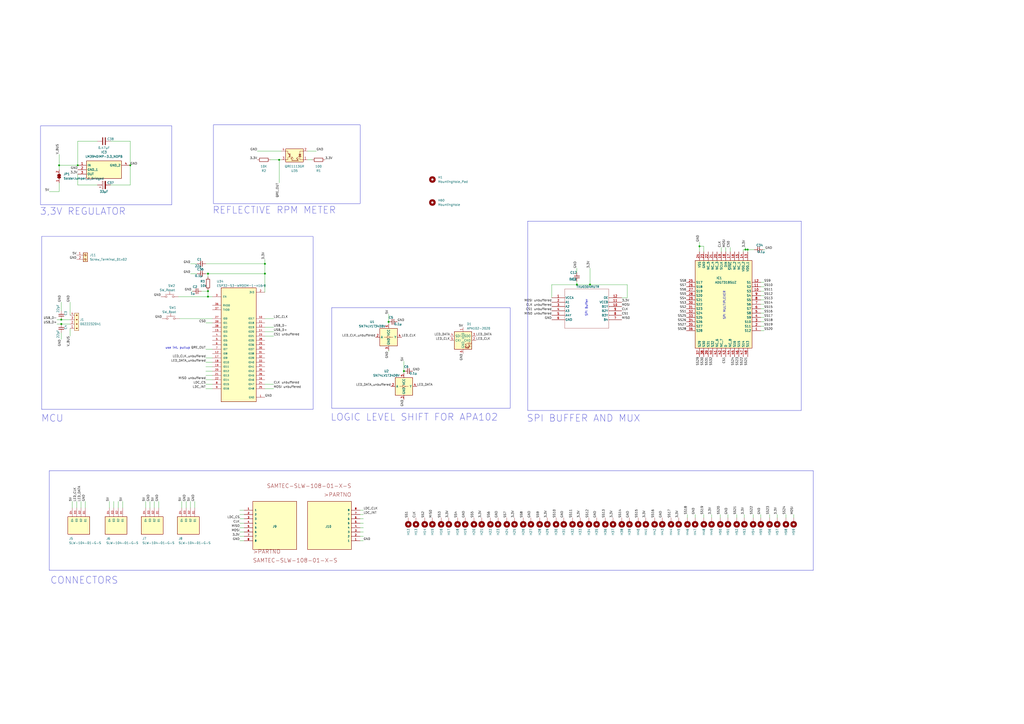
<source format=kicad_sch>
(kicad_sch (version 20230121) (generator eeschema)
  (paper "A2")
  (title_block (title "Rotor Platine") (date "2023-07-15"))
  (junction (at 35.56 185.42))
  (junction (at 161.925 92.71))
  (junction (at 334.645 165.1))
  (junction (at 34.29 95.885))
  (junction (at 45.085 95.885))
  (junction (at 120.65 168.91))
  (junction (at 153.67 158.75))
  (junction (at 35.56 187.96))
  (junction (at 120.65 172.085))
  (junction (at 225.425 186.69))
  (junction (at 234.315 215.265))
  (junction (at 342.265 165.1))
  (junction (at 153.67 153.035))
  (junction (at 432.435 144.78))
  (junction (at 433.705 144.78))
  (junction (at 405.765 142.875))
  (junction (at 75.565 95.885))
  (junction (at 120.65 158.75))
  (wire (pts (xy 139.065 313.69) (xy 141.605 313.69)))
  (wire (pts (xy 34.29 95.885) (xy 34.29 98.425)))
  (wire (pts (xy 116.84 168.91) (xy 120.65 168.91)))
  (wire (pts (xy 35.56 187.96) (xy 40.64 187.96)))
  (wire (pts (xy 139.065 311.15) (xy 141.605 311.15)))
  (wire (pts (xy 234.315 215.265) (xy 234.315 216.535)))
  (wire (pts (xy 320.04 165.1) (xy 320.04 172.72)))
  (wire (pts (xy 210.82 295.91) (xy 208.915 295.91)))
  (wire (pts (xy 89.535 290.83) (xy 89.535 294.64)))
  (wire (pts (xy 84.455 290.83) (xy 84.455 294.64)))
  (wire (pts (xy 443.865 144.78) (xy 442.595 144.78)))
  (wire (pts (xy 443.23 191.77) (xy 441.325 191.77)))
  (wire (pts (xy 105.41 290.83) (xy 105.41 294.64)))
  (wire (pts (xy 210.82 303.53) (xy 208.915 303.53)))
  (wire (pts (xy 417.83 298.45) (xy 417.83 300.355)))
  (wire (pts (xy 153.67 158.75) (xy 153.67 169.545)))
  (wire (pts (xy 119.38 187.325) (xy 123.19 187.325)))
  (wire (pts (xy 443.23 166.37) (xy 441.325 166.37)))
  (wire (pts (xy 66.04 290.83) (xy 66.04 294.64)))
  (wire (pts (xy 28.575 111.125) (xy 34.29 111.125)))
  (wire (pts (xy 110.49 153.035) (xy 114.3 153.035)))
  (wire (pts (xy 433.705 144.78) (xy 433.705 146.05)))
  (wire (pts (xy 210.82 300.99) (xy 208.915 300.99)))
  (wire (pts (xy 119.38 225.425) (xy 123.19 225.425)))
  (wire (pts (xy 68.58 290.83) (xy 68.58 294.64)))
  (wire (pts (xy 398.78 298.45) (xy 398.78 300.355)))
  (wire (pts (xy 75.565 81.915) (xy 75.565 95.885)))
  (wire (pts (xy 436.88 298.45) (xy 436.88 300.355)))
  (wire (pts (xy 139.065 298.45) (xy 141.605 298.45)))
  (wire (pts (xy 44.45 290.83) (xy 44.45 294.64)))
  (wire (pts (xy 45.085 107.315) (xy 56.515 107.315)))
  (wire (pts (xy 422.275 298.45) (xy 422.275 300.355)))
  (wire (pts (xy 443.23 184.15) (xy 441.325 184.15)))
  (wire (pts (xy 64.135 107.315) (xy 75.565 107.315)))
  (wire (pts (xy 431.165 144.78) (xy 431.165 146.05)))
  (wire (pts (xy 120.65 168.91) (xy 120.65 172.085)))
  (wire (pts (xy 120.65 158.75) (xy 120.65 160.655)))
  (wire (pts (xy 210.82 298.45) (xy 208.915 298.45)))
  (wire (pts (xy 139.065 306.07) (xy 141.605 306.07)))
  (wire (pts (xy 431.8 298.45) (xy 431.8 300.355)))
  (wire (pts (xy 63.5 290.83) (xy 63.5 294.64)))
  (wire (pts (xy 119.38 212.725) (xy 123.19 212.725)))
  (wire (pts (xy 103.505 172.085) (xy 120.65 172.085)))
  (wire (pts (xy 158.75 194.945) (xy 153.67 194.945)))
  (wire (pts (xy 139.065 303.53) (xy 141.605 303.53)))
  (wire (pts (xy 45.085 95.885) (xy 45.085 81.915)))
  (wire (pts (xy 40.64 190.5) (xy 40.64 194.945)))
  (wire (pts (xy 119.38 207.645) (xy 123.19 207.645)))
  (wire (pts (xy 334.645 165.1) (xy 342.265 165.1)))
  (wire (pts (xy 180.975 92.71) (xy 178.435 92.71)))
  (wire (pts (xy 431.165 144.78) (xy 432.435 144.78)))
  (wire (pts (xy 225.425 203.2) (xy 225.425 203.835)))
  (wire (pts (xy 225.425 186.69) (xy 225.425 187.96)))
  (wire (pts (xy 360.68 172.72) (xy 363.855 172.72)))
  (wire (pts (xy 443.23 189.23) (xy 441.325 189.23)))
  (wire (pts (xy 119.38 210.185) (xy 123.19 210.185)))
  (wire (pts (xy 443.23 179.07) (xy 441.325 179.07)))
  (wire (pts (xy 119.38 153.035) (xy 153.67 153.035)))
  (wire (pts (xy 158.75 192.405) (xy 153.67 192.405)))
  (wire (pts (xy 423.545 143.51) (xy 423.545 146.05)))
  (wire (pts (xy 104.14 184.785) (xy 123.19 184.785)))
  (wire (pts (xy 156.845 92.71) (xy 161.925 92.71)))
  (wire (pts (xy 34.29 106.045) (xy 34.29 111.125)))
  (wire (pts (xy 153.67 153.035) (xy 153.67 158.75)))
  (wire (pts (xy 443.23 171.45) (xy 441.325 171.45)))
  (wire (pts (xy 45.085 81.915) (xy 56.515 81.915)))
  (wire (pts (xy 183.515 87.63) (xy 178.435 87.63)))
  (wire (pts (xy 334.645 155.575) (xy 334.645 158.115)))
  (wire (pts (xy 120.65 158.75) (xy 153.67 158.75)))
  (wire (pts (xy 408.305 142.875) (xy 408.305 146.05)))
  (wire (pts (xy 443.23 186.69) (xy 441.325 186.69)))
  (wire (pts (xy 427.355 298.45) (xy 427.355 300.355)))
  (wire (pts (xy 119.38 217.805) (xy 123.19 217.805)))
  (wire (pts (xy 342.265 165.1) (xy 363.855 165.1)))
  (wire (pts (xy 33.02 185.42) (xy 35.56 185.42)))
  (wire (pts (xy 119.38 222.885) (xy 123.19 222.885)))
  (wire (pts (xy 210.82 306.07) (xy 208.915 306.07)))
  (wire (pts (xy 443.23 163.83) (xy 441.325 163.83)))
  (wire (pts (xy 412.75 298.45) (xy 412.75 300.355)))
  (wire (pts (xy 421.005 143.51) (xy 421.005 146.05)))
  (wire (pts (xy 433.705 144.78) (xy 437.515 144.78)))
  (wire (pts (xy 75.565 107.315) (xy 75.565 95.885)))
  (wire (pts (xy 158.75 225.425) (xy 153.67 225.425)))
  (wire (pts (xy 455.93 298.45) (xy 455.93 300.355)))
  (wire (pts (xy 92.075 290.83) (xy 92.075 294.64)))
  (wire (pts (xy 432.435 143.51) (xy 432.435 144.78)))
  (wire (pts (xy 49.53 290.83) (xy 49.53 294.64)))
  (wire (pts (xy 64.135 81.915) (xy 75.565 81.915)))
  (wire (pts (xy 139.065 308.61) (xy 141.605 308.61)))
  (wire (pts (xy 443.23 168.91) (xy 441.325 168.91)))
  (wire (pts (xy 71.12 290.83) (xy 71.12 294.64)))
  (wire (pts (xy 149.225 87.63) (xy 163.195 87.63)))
  (wire (pts (xy 34.29 89.535) (xy 34.29 95.885)))
  (wire (pts (xy 210.82 311.15) (xy 208.915 311.15)))
  (wire (pts (xy 363.855 172.72) (xy 363.855 165.1)))
  (wire (pts (xy 46.99 290.83) (xy 46.99 294.64)))
  (wire (pts (xy 443.23 176.53) (xy 441.325 176.53)))
  (wire (pts (xy 119.38 202.565) (xy 123.19 202.565)))
  (wire (pts (xy 110.49 290.83) (xy 110.49 294.64)))
  (wire (pts (xy 86.995 290.83) (xy 86.995 294.64)))
  (wire (pts (xy 110.49 158.75) (xy 114.3 158.75)))
  (wire (pts (xy 161.925 92.71) (xy 161.925 106.045)))
  (wire (pts (xy 123.19 172.085) (xy 120.65 172.085)))
  (wire (pts (xy 35.56 185.42) (xy 40.64 185.42)))
  (wire (pts (xy 139.065 300.99) (xy 141.605 300.99)))
  (wire (pts (xy 441.325 298.45) (xy 441.325 300.355)))
  (wire (pts (xy 432.435 144.78) (xy 433.705 144.78)))
  (wire (pts (xy 158.75 222.885) (xy 153.67 222.885)))
  (wire (pts (xy 120.65 168.275) (xy 120.65 168.91)))
  (wire (pts (xy 225.425 182.245) (xy 225.425 186.69)))
  (wire (pts (xy 342.265 155.575) (xy 342.265 165.1)))
  (wire (pts (xy 210.82 313.69) (xy 208.915 313.69)))
  (wire (pts (xy 405.765 142.875) (xy 408.305 142.875)))
  (wire (pts (xy 405.765 140.335) (xy 405.765 142.875)))
  (wire (pts (xy 119.38 220.345) (xy 123.19 220.345)))
  (wire (pts (xy 40.64 175.26) (xy 40.64 182.88)))
  (wire (pts (xy 443.23 181.61) (xy 441.325 181.61)))
  (wire (pts (xy 408.305 298.45) (xy 408.305 300.355)))
  (wire (pts (xy 35.56 175.26) (xy 35.56 180.34)))
  (wire (pts (xy 460.375 298.45) (xy 460.375 300.355)))
  (wire (pts (xy 113.03 290.83) (xy 113.03 294.64)))
  (wire (pts (xy 320.04 165.1) (xy 334.645 165.1)))
  (wire (pts (xy 403.225 298.45) (xy 403.225 300.355)))
  (wire (pts (xy 153.67 150.495) (xy 153.67 153.035)))
  (wire (pts (xy 111.125 168.91) (xy 111.76 168.91)))
  (wire (pts (xy 161.925 92.71) (xy 163.195 92.71)))
  (wire (pts (xy 443.23 173.99) (xy 441.325 173.99)))
  (wire (pts (xy 418.465 143.51) (xy 418.465 146.05)))
  (wire (pts (xy 41.91 290.83) (xy 41.91 294.64)))
  (wire (pts (xy 107.95 290.83) (xy 107.95 294.64)))
  (wire (pts (xy 139.065 295.91) (xy 141.605 295.91)))
  (wire (pts (xy 405.765 142.875) (xy 405.765 146.05)))
  (wire (pts (xy 34.29 95.885) (xy 45.085 95.885)))
  (wire (pts (xy 119.38 215.265) (xy 123.19 215.265)))
  (wire (pts (xy 158.75 189.865) (xy 153.67 189.865)))
  (wire (pts (xy 446.405 298.45) (xy 446.405 300.355)))
  (wire (pts (xy 35.56 193.04) (xy 35.56 196.85)))
  (wire (pts (xy 158.75 184.785) (xy 153.67 184.785)))
  (wire (pts (xy 45.085 100.965) (xy 45.085 107.315)))
  (wire (pts (xy 210.82 308.61) (xy 208.915 308.61)))
  (wire (pts (xy 450.85 298.45) (xy 450.85 300.355)))
  (wire (pts (xy 33.02 187.96) (xy 35.56 187.96)))
  (wire (pts (xy 234.315 209.55) (xy 234.315 215.265)))
  (wire (pts (xy 119.38 158.75) (xy 120.65 158.75)))
  (wire (pts (xy 334.645 163.195) (xy 334.645 165.1)))
  (rectangle (start 306.07 128.27) (end 464.82 238.125))
  (rectangle (start 123.825 72.39) (end 208.915 118.11))
  (rectangle (start 23.495 73.025) (end 99.695 118.745))
  (rectangle (start 24.13 137.16) (end 181.61 237.49))
  (rectangle (start 192.405 178.435) (end 295.91 236.855))
  (rectangle (start 28.575 273.05) (end 471.805 330.835))
  (text "SPI MULTIPLEXER\n" (at 421.005 185.42 90) (effects (font (size 1.27 1.27)) (justify left bottom)))
  (text "MCU" (at 36.83 245.11 0) (effects (font (size 4 4)) (justify right bottom)))
  (text "REFLECTIVE RPM METER\n\n" (at 194.945 130.81 0) (effects (font (size 4 4)) (justify right bottom)))
  (text "use int. pullup" (at 95.885 202.565 0) (effects (font (size 1.27 1.27)) (justify left bottom)))
  (text "SPI BUFFER AND MUX\n" (at 371.475 245.11 0) (effects (font (size 4 4)) (justify right bottom)))
  (text "LOGIC LEVEL SHIFT FOR APA102\n" (at 288.925 244.475 0) (effects (font (size 4 4)) (justify right bottom)))
  (text "CONNECTORS" (at 68.58 339.09 0) (effects (font (size 4 4)) (justify right bottom)))
  (text "3,3V REGULATOR\n" (at 73.025 125.095 0) (effects (font (size 4 4)) (justify right bottom)))
  (text "SPI Buffer" (at 340.995 183.515 90) (effects (font (size 1.27 1.27)) (justify left bottom)))
  (label "SS10" (at 443.23 166.37 0))
  (label "SS4" (at 398.145 173.99 180))
  (label "GND" (at 35.56 196.85 270))
  (label "SS22" (at 436.88 298.45 90))
  (label "USB_D-" (at 158.75 189.865 0))
  (label "CS1" (at 421.005 207.01 270))
  (label "GND" (at 268.605 205.105 270))
  (label "SS9" (at 443.23 163.83 0))
  (label "CLK" (at 360.68 180.34 0))
  (label "SS20" (at 443.23 191.77 0))
  (label "SS9" (at 313.055 300.355 90))
  (label "GND" (at 40.64 175.26 90))
  (label "LED_DATA_unbuffered" (at 119.38 210.185 180))
  (label "5V" (at 225.425 182.245 90))
  (label "CLK unbuffered" (at 158.75 222.885 0))
  (label "SS24" (at 455.93 298.45 90))
  (label "GND" (at 210.82 313.69 0))
  (label "MOSI" (at 460.375 298.45 90))
  (label "3.3V" (at 139.065 311.15 180))
  (label "3.3V" (at 450.85 298.45 90))
  (label "GND" (at 93.345 172.085 180))
  (label "GND" (at 149.225 87.63 180))
  (label "GND" (at 75.565 95.885 0))
  (label "GND" (at 443.865 144.78 0))
  (label "MISO unbuffered" (at 119.38 220.345 180))
  (label "3.3V" (at 412.75 298.45 90))
  (label "LED_DATA" (at 46.99 290.83 90))
  (label "3.3V" (at 431.8 298.45 90))
  (label "SS1" (at 398.145 181.61 180))
  (label "3.3V" (at 188.595 92.71 0))
  (label "GND" (at 320.04 185.42 180))
  (label "SS31" (at 410.845 207.01 270))
  (label "GND" (at 139.065 313.69 180))
  (label "3.3V" (at 279.4 300.355 90))
  (label "3.3V" (at 45.085 100.965 180))
  (label "SS32" (at 413.385 207.01 270))
  (label "SS27" (at 398.145 189.23 180))
  (label "SS12" (at 443.23 171.45 0))
  (label "USB_D-" (at 33.02 185.42 180))
  (label "SS18" (at 398.78 298.45 90))
  (label "3.3V" (at 374.65 300.355 90))
  (label "MOSI unbuffered" (at 320.04 175.26 180))
  (label "LED_CLK_unbuffered" (at 119.38 207.645 180))
  (label "MOSI unbuffered" (at 158.75 225.425 0))
  (label "CS1" (at 360.68 182.88 0))
  (label "CS0" (at 423.545 143.51 90))
  (label "3.3V" (at 355.6 300.355 90))
  (label "GND" (at 113.03 290.83 90))
  (label "SS3" (at 255.905 300.355 90))
  (label "SS21" (at 433.705 207.01 270))
  (label "GND" (at 35.56 175.26 90))
  (label "GND" (at 288.925 300.355 90))
  (label "MISO" (at 360.68 185.42 0))
  (label "SS13" (at 351.155 300.355 90))
  (label "SS1" (at 236.855 300.355 90))
  (label "SS15" (at 443.23 179.07 0))
  (label "GND" (at 110.49 158.75 180))
  (label "GND" (at 441.325 298.45 90))
  (label "CLK" (at 418.465 143.51 90))
  (label "CS1 unbuffered" (at 158.75 194.945 0))
  (label "LED_CLK" (at 233.045 195.58 0))
  (label "SS16" (at 443.23 181.61 0))
  (label "MISO unbuffered" (at 320.04 182.88 180))
  (label "5V" (at 41.91 290.83 90))
  (label "GND" (at 405.765 140.335 90))
  (label "MISO" (at 250.825 300.355 90))
  (label "GND" (at 45.085 98.425 180))
  (label "SS5" (at 398.145 171.45 180))
  (label "SS19" (at 408.305 298.45 90))
  (label "SS5" (at 274.955 300.355 90))
  (label "LED_DATA" (at 276.225 194.945 0))
  (label "SS14" (at 360.68 300.355 90))
  (label "CLK unbuffered" (at 320.04 177.8 180))
  (label "SS24" (at 426.085 207.01 270))
  (label "3.3V" (at 342.265 155.575 90))
  (label "QRE_OUT" (at 119.38 202.565 180))
  (label "LED_CLK_unbuffered" (at 217.805 195.58 180))
  (label "SS22" (at 431.165 207.01 270))
  (label "LED_CLK" (at 276.225 197.485 0))
  (label "SS10" (at 322.58 300.355 90))
  (label "LED_CLK" (at 260.985 197.485 180))
  (label "5V" (at 105.41 290.83 90))
  (label "5V" (at 234.315 209.55 90))
  (label "SS14" (at 443.23 176.53 0))
  (label "GND" (at 239.395 215.265 0))
  (label "MISO" (at 139.065 306.07 180))
  (label "SS17" (at 443.23 184.15 0))
  (label "SS23" (at 428.625 207.01 270))
  (label "SS19" (at 443.23 189.23 0))
  (label "3.3V" (at 393.7 300.355 90))
  (label "3.3V" (at 260.35 300.355 90))
  (label "GND" (at 422.275 298.45 90))
  (label "GND" (at 346.075 300.355 90))
  (label "SS12" (at 341.63 300.355 90))
  (label "MOSI" (at 139.065 308.61 180))
  (label "LED_DATA" (at 241.935 224.155 0))
  (label "5V" (at 89.535 290.83 90))
  (label "LDC_INT" (at 119.38 225.425 180))
  (label "SS11" (at 443.23 168.91 0))
  (label "SS8" (at 303.53 300.355 90))
  (label "SS2" (at 398.145 179.07 180))
  (label "SS23" (at 446.405 298.45 90))
  (label "3.3V" (at 153.67 150.495 90))
  (label "SS15" (at 370.205 300.355 90))
  (label "V_BUS" (at 34.29 89.535 90))
  (label "SS17" (at 389.255 300.355 90))
  (label "SS26" (at 398.145 186.69 180))
  (label "LDC_CS" (at 119.38 222.885 180))
  (label "CS0" (at 119.38 187.325 180))
  (label "GND" (at 269.875 300.355 90))
  (label "GND" (at 110.49 153.035 180))
  (label "GND" (at 403.225 298.45 90))
  (label "SS7" (at 294.005 300.355 90))
  (label "SS4" (at 265.43 300.355 90))
  (label "SS28" (at 398.145 191.77 180))
  (label "3.3V" (at 149.225 92.71 180))
  (label "GND" (at 153.67 230.505 0))
  (label "GND" (at 92.075 290.83 90))
  (label "5V" (at 63.5 290.83 90))
  (label "GND" (at 93.98 184.785 180))
  (label "SS30" (at 408.305 207.01 270))
  (label "GND" (at 44.45 150.495 180))
  (label "LED_DATA_unbuffered" (at 226.695 224.155 180))
  (label "MOSI" (at 421.005 143.51 90))
  (label "SS18" (at 443.23 186.69 0))
  (label "5V" (at 28.575 111.125 180))
  (label "SS16" (at 379.73 300.355 90))
  (label "3.3V" (at 317.5 300.355 90))
  (label "5V" (at 268.605 189.865 180))
  (label "SS25" (at 398.145 184.15 180))
  (label "GND" (at 225.425 203.835 270))
  (label "SS6" (at 398.145 168.91 180))
  (label "5V" (at 44.45 147.955 180))
  (label "V_BUS" (at 40.64 194.945 270))
  (label "SS6" (at 284.48 300.355 90))
  (label "MOSI" (at 360.68 177.8 0))
  (label "SS11" (at 332.105 300.355 90))
  (label "GND" (at 307.975 300.355 90))
  (label "LDC_CLK" (at 210.82 295.91 0))
  (label "GND" (at 107.95 290.83 90))
  (label "LED_CLK" (at 44.45 290.83 90))
  (label "GND" (at 384.175 300.355 90))
  (label "SS13" (at 443.23 173.99 0))
  (label "QRE_OUT" (at 161.925 106.045 270))
  (label "3.3V" (at 432.435 143.51 90))
  (label "3.3V" (at 360.68 175.26 0))
  (label "SS8" (at 398.145 163.83 180))
  (label "3.3V" (at 298.45 300.355 90))
  (label "LED_DATA" (at 260.985 194.945 180))
  (label "GND" (at 334.645 155.575 90))
  (label "5V" (at 84.455 290.83 90))
  (label "5V" (at 71.12 290.83 90))
  (label "3.3V" (at 336.55 300.355 90))
  (label "LDC_CLK" (at 158.75 184.785 0))
  (label "GND" (at 49.53 290.83 90))
  (label "LDC_INT" (at 210.82 298.45 0))
  (label "CS1 unbuffered" (at 320.04 180.34 180))
  (label "SS7" (at 398.145 166.37 180))
  (label "SS21" (at 427.355 298.45 90))
  (label "GND" (at 111.125 168.91 180))
  (label "CLK" (at 139.065 303.53 180))
  (label "GND" (at 86.995 290.83 90))
  (label "GND" (at 327.025 300.355 90))
  (label "GND" (at 234.315 231.775 270))
  (label "5V" (at 110.49 290.83 90))
  (label "SS2" (at 246.38 300.355 90))
  (label "GND" (at 365.125 300.355 90))
  (label "CLK" (at 241.3 300.355 90))
  (label "USB_D+" (at 158.75 192.405 0))
  (label "SS3" (at 398.145 176.53 180))
  (label "GND" (at 183.515 87.63 0))
  (label "SS20" (at 417.83 298.45 90))
  (label "LDC_CS" (at 139.065 300.99 180))
  (label "SS29" (at 405.765 207.01 270))
  (label "GND" (at 230.505 186.69 0))
  (label "USB_D+" (at 33.02 187.96 180))
  (symbol (lib_id "Mechanical:MountingHole_Pad") (at 355.6 302.895 180) (unit 1)
    (property "Reference" "H37" (at 355.6 310.515 90) (effects (justify right)))
    (property "Value" "MountingHole_Pad" (effects hide))
    (property "Footprint" "Own_Library:mill_max - 0670 RECEPTACLE WITH NO TAIL" (effects hide))
  )
  (symbol (lib_id "TXU0304RUTR:TXU0304RUTR") (at 320.04 172.72 0) (unit 1)
    (property "Reference" "IC2" (at 332.74 161.925 0))
    (property "Value" "TXU0304RUTR" (at 340.995 166.37 0))
    (property "Footprint" "QFN_04RUTR_TEX" (effects hide))
    (property "Datasheet" "TXU0304RUTR" (effects hide))
    (property "Height" "1.2" (effects hide))
    (property "Manufacturer_Name" "Texas Instruments" (effects hide))
    (property "Manufacturer_Part_Number" "TXU0304PWR" (effects hide))
    (property "Mouser Part Number" "595-TXU0304PWR" (effects hide))
    (property "Mouser Price/Stock" "https://www.mouser.co.uk/ProductDetail/Texas-Instruments/TXU0304PWR?qs=QNEnbhJQKvZVYXIKZoXs0A%3D%3D" (effects hide))
    (property "Arrow Part Number" "TXU0304PWR" (effects hide))
    (property "Arrow Price/Stock" "https://www.arrow.com/en/products/txu0304pwr/texas-instruments?region=nac" (effects hide))
  )
  (symbol (lib_id "Mechanical:MountingHole_Pad") (at 431.8 302.895 180) (unit 1)
    (property "Reference" "H53" (at 431.8 310.515 90) (effects (justify right)))
    (property "Value" "MountingHole_Pad" (effects hide))
    (property "Footprint" "Own_Library:mill_max - 0670 RECEPTACLE WITH NO TAIL" (effects hide))
  )
  (symbol (lib_id "Device:C_Small") (at 236.855 215.265 270) (mirror x) (unit 1)
    (property "Reference" "C6" (at 234.315 212.725 90) (effects (justify left)))
    (property "Value" "0.1µ" (at 237.49 216.535 90) (effects (justify left)))
    (property "Footprint" "Capacitor_SMD:C_0402_1005Metric" (effects hide))
  )
  (symbol (lib_id "Mechanical:MountingHole_Pad") (at 279.4 302.895 180) (unit 1)
    (property "Reference" "H21" (at 279.4 310.515 90) (effects (justify right)))
    (property "Value" "MountingHole_Pad" (effects hide))
    (property "Footprint" "Own_Library:mill_max - 0670 RECEPTACLE WITH NO TAIL" (effects hide))
  )
  (symbol (lib_id "Mechanical:MountingHole_Pad") (at 322.58 302.895 180) (unit 1)
    (property "Reference" "H30" (at 322.58 310.515 90) (effects (justify right)))
    (property "Value" "MountingHole_Pad" (effects hide))
    (property "Footprint" "Own_Library:mill_max - 0670 RECEPTACLE WITH NO TAIL" (effects hide))
  )
  (symbol (lib_id "SAMTEC-SLW-108-01-X-S:SAMTEC-SLW-108-01-X-S") (at 146.685 295.91 0) (unit 1)
    (property "Reference" "J9" (at 158.115 305.435 0) (effects (justify left)))
    (property "Value" "SAMTEC-SLW-108-01-X-S" (effects hide))
    (property "Footprint" "Own_Library:SAMTEC-SLW-108-01-X-S" (effects hide))
  )
  (symbol (lib_id "Mechanical:MountingHole_Pad") (at 327.025 302.895 180) (unit 1)
    (property "Reference" "H31" (at 327.025 310.515 90) (effects (justify right)))
    (property "Value" "MountingHole_Pad" (effects hide))
    (property "Footprint" "Own_Library:mill_max - 0670 RECEPTACLE WITH NO TAIL" (effects hide))
  )
  (symbol (lib_id "Mechanical:MountingHole") (at 250.825 104.14 0) (unit 1)
    (property "Reference" "H1" (at 254 102.87 0) (effects (justify left)))
    (property "Value" "MountingHole_Pad" (at 254 105.41 0) (effects (justify left)))
    (property "Footprint" "Own_Library:MountingHole_M2_own" (effects hide))
  )
  (symbol (lib_id "Device:R") (at 153.035 92.71 270) (unit 1)
    (property "Reference" "R2" (at 153.035 99.06 90))
    (property "Value" "10K" (at 153.035 96.52 90))
    (property "Footprint" "Resistor_SMD:R_0402_1005Metric" (effects hide))
  )
  (symbol (lib_id "LM3940IMP-3_3_NOPB:LM3940IMP-3.3_NOPB") (at 45.085 95.885 0) (unit 1)
    (property "Reference" "IC3" (at 60.325 88.265 0))
    (property "Value" "LM3940IMP-3.3_NOPB" (at 60.325 90.805 0))
    (property "Footprint" "Package_TO_SOT_SMD:SOT-223" (effects hide))
    (property "Datasheet" "http://www.ti.com/lit/ds/symlink/lm3940.pdf" (effects hide))
    (property "Height" "1.8" (effects hide))
    (property "Manufacturer_Name" "Texas Instruments" (effects hide))
    (property "Manufacturer_Part_Number" "LM3940IMP-3.3/NOPB" (effects hide))
    (property "Mouser Part Number" "926-LM3940IMP3.3NOPB" (effects hide))
    (property "Mouser Price/Stock" "https://www.mouser.co.uk/ProductDetail/Texas-Instruments/LM3940IMP-3.3-NOPB?qs=QbsRYf82W3EIVCEt3IRFTQ%3D%3D" (effects hide))
    (property "Arrow Part Number" "LM3940IMP-3.3/NOPB" (effects hide))
    (property "Arrow Price/Stock" "https://www.arrow.com/en/products/lm3940imp-3.3nopb/texas-instruments?region=nac" (effects hide))
  )
  (symbol (lib_id "Mechanical:MountingHole_Pad") (at 436.88 302.895 180) (unit 1)
    (property "Reference" "H54" (at 436.88 310.515 90) (effects (justify right)))
    (property "Value" "MountingHole_Pad" (effects hide))
    (property "Footprint" "Own_Library:mill_max - 0670 RECEPTACLE WITH NO TAIL" (effects hide))
  )
  (symbol (lib_id "SLW-104-01-G-S:SLW-104-01-G-S") (at 110.49 304.8 270) (unit 1)
    (property "Reference" "J8" (at 103.505 312.42 90) (effects (justify left)))
    (property "Value" "SLW-104-01-G-S" (at 103.505 314.96 90) (effects (justify left)))
    (property "Footprint" "Own_Library:SAMTEC_SLW-104-01-G-S" (effects hide))
    (property "PARTREV" "B" (effects hide))
    (property "SNAPEDA_PN" "SLW-104-01-T-S" (effects hide))
    (property "STANDARD" "Manufactuer Recommendations" (effects hide))
    (property "MAXIMUM_PACKAGE_HEIGHT" "4.57mm" (effects hide))
    (property "MANUFACTURER" "Samtec" (effects hide))
  )
  (symbol (lib_id "Mechanical:MountingHole_Pad") (at 360.68 302.895 180) (unit 1)
    (property "Reference" "H38" (at 360.68 310.515 90) (effects (justify right)))
    (property "Value" "MountingHole_Pad" (effects hide))
    (property "Footprint" "Own_Library:mill_max - 0670 RECEPTACLE WITH NO TAIL" (effects hide))
  )
  (symbol (lib_id "Mechanical:MountingHole_Pad") (at 336.55 302.895 180) (unit 1)
    (property "Reference" "H33" (at 336.55 310.515 90) (effects (justify right)))
    (property "Value" "MountingHole_Pad" (effects hide))
    (property "Footprint" "Own_Library:mill_max - 0670 RECEPTACLE WITH NO TAIL" (effects hide))
  )
  (symbol (lib_id "Mechanical:MountingHole_Pad") (at 450.85 302.895 180) (unit 1)
    (property "Reference" "H57" (at 450.85 310.515 90) (effects (justify right)))
    (property "Value" "MountingHole_Pad" (effects hide))
    (property "Footprint" "Own_Library:mill_max - 0670 RECEPTACLE WITH NO TAIL" (effects hide))
  )
  (symbol (lib_id "Mechanical:MountingHole_Pad") (at 346.075 302.895 180) (unit 1)
    (property "Reference" "H35" (at 346.075 310.515 90) (effects (justify right)))
    (property "Value" "MountingHole_Pad" (effects hide))
    (property "Footprint" "Own_Library:mill_max - 0670 RECEPTACLE WITH NO TAIL" (effects hide))
  )
  (symbol (lib_id "Mechanical:MountingHole_Pad") (at 303.53 302.895 180) (unit 1)
    (property "Reference" "H26" (at 303.53 310.515 90) (effects (justify right)))
    (property "Value" "MountingHole_Pad" (effects hide))
    (property "Footprint" "Own_Library:mill_max - 0670 RECEPTACLE WITH NO TAIL" (effects hide))
  )
  (symbol (lib_id "SLW-104-01-G-S:SLW-104-01-G-S") (at 68.58 304.8 270) (unit 1)
    (property "Reference" "J6" (at 61.595 312.42 90) (effects (justify left)))
    (property "Value" "SLW-104-01-G-S" (at 61.595 314.96 90) (effects (justify left)))
    (property "Footprint" "Own_Library:SAMTEC_SLW-104-01-G-S" (effects hide))
    (property "PARTREV" "B" (effects hide))
    (property "SNAPEDA_PN" "SLW-104-01-T-S" (effects hide))
    (property "STANDARD" "Manufactuer Recommendations" (effects hide))
    (property "MAXIMUM_PACKAGE_HEIGHT" "4.57mm" (effects hide))
    (property "MANUFACTURER" "Samtec" (effects hide))
  )
  (symbol (lib_id "Mechanical:MountingHole_Pad") (at 341.63 302.895 180) (unit 1)
    (property "Reference" "H34" (at 341.63 310.515 90) (effects (justify right)))
    (property "Value" "MountingHole_Pad" (effects hide))
    (property "Footprint" "Own_Library:mill_max - 0670 RECEPTACLE WITH NO TAIL" (effects hide))
  )
  (symbol (lib_id "Mechanical:MountingHole") (at 250.825 117.475 0) (unit 1)
    (property "Reference" "H60" (at 254 116.205 0) (effects (justify left)))
    (property "Value" "MountingHole" (at 254 118.745 0) (effects (justify left)))
    (property "Footprint" "MountingHole:MountingHole_3.2mm_M3_DIN965" (effects hide))
  )
  (symbol (lib_id "Device:C_Small") (at 116.84 158.75 270) (mirror x) (unit 1)
    (property "Reference" "C36" (at 114.3 156.21 90) (effects (justify left)))
    (property "Value" "0.1µ" (at 113.03 160.02 90) (effects (justify left)))
    (property "Footprint" "Capacitor_SMD:C_0402_1005Metric" (effects hide))
  )
  (symbol (lib_id "Mechanical:MountingHole_Pad") (at 422.275 302.895 180) (unit 1)
    (property "Reference" "H51" (at 422.275 310.515 90) (effects (justify right)))
    (property "Value" "MountingHole_Pad" (effects hide))
    (property "Footprint" "Own_Library:mill_max - 0670 RECEPTACLE WITH NO TAIL" (effects hide))
  )
  (symbol (lib_id "Mechanical:MountingHole_Pad") (at 365.125 302.895 180) (unit 1)
    (property "Reference" "H39" (at 365.125 310.515 90) (effects (justify right)))
    (property "Value" "MountingHole_Pad" (effects hide))
    (property "Footprint" "Own_Library:mill_max - 0670 RECEPTACLE WITH NO TAIL" (effects hide))
  )
  (symbol (lib_id "Mechanical:MountingHole_Pad") (at 288.925 302.895 180) (unit 1)
    (property "Reference" "H23" (at 288.925 310.515 90) (effects (justify right)))
    (property "Value" "MountingHole_Pad" (effects hide))
    (property "Footprint" "Own_Library:mill_max - 0670 RECEPTACLE WITH NO TAIL" (effects hide))
  )
  (symbol (lib_id "Mechanical:MountingHole_Pad") (at 294.005 302.895 180) (unit 1)
    (property "Reference" "H24" (at 294.005 310.515 90) (effects (justify right)))
    (property "Value" "MountingHole_Pad" (effects hide))
    (property "Footprint" "Own_Library:mill_max - 0670 RECEPTACLE WITH NO TAIL" (effects hide))
  )
  (symbol (lib_id "Mechanical:MountingHole_Pad") (at 332.105 302.895 180) (unit 1)
    (property "Reference" "H32" (at 332.105 310.515 90) (effects (justify right)))
    (property "Value" "MountingHole_Pad" (effects hide))
    (property "Footprint" "Own_Library:mill_max - 0670 RECEPTACLE WITH NO TAIL" (effects hide))
  )
  (symbol (lib_id "Mechanical:MountingHole_Pad") (at 412.75 302.895 180) (unit 1)
    (property "Reference" "H49" (at 412.75 310.515 90) (effects (justify right)))
    (property "Value" "MountingHole_Pad" (effects hide))
    (property "Footprint" "Own_Library:mill_max - 0670 RECEPTACLE WITH NO TAIL" (effects hide))
  )
  (symbol (lib_id "Mechanical:MountingHole_Pad") (at 403.225 302.895 180) (unit 1)
    (property "Reference" "H47" (at 403.225 310.515 90) (effects (justify right)))
    (property "Value" "MountingHole_Pad" (effects hide))
    (property "Footprint" "Own_Library:mill_max - 0670 RECEPTACLE WITH NO TAIL" (effects hide))
  )
  (symbol (lib_id "Device:C_Small") (at 227.965 186.69 270) (mirror x) (unit 1)
    (property "Reference" "C5" (at 225.425 184.15 90) (effects (justify left)))
    (property "Value" "0.1µ" (at 228.6 187.96 90) (effects (justify left)))
    (property "Footprint" "Capacitor_SMD:C_0402_1005Metric" (effects hide))
  )
  (symbol (lib_id "ESP32-S3-WROOM-1-N16R2:ESP32-S3-WROOM-1-N16R2") (at 138.43 200.025 0) (unit 1)
    (property "Reference" "U34" (at 125.73 163.195 0) (effects (justify left)))
    (property "Value" "ESP32-S3-WROOM-1-n16r8" (at 125.73 165.735 0) (effects (justify left)))
    (property "Footprint" "Own_Library:ESP32-S3-WROOM-1-N16R2" (effects hide))
    (property "Datasheet" "https://www.espressif.com/sites/default/files/documentation/esp32-wroom-32_datasheet_en.pdf" (effects hide))
    (property "MF" "Espressif Systems" (effects hide))
    (property "MAXIMUM_PACKAGE_HEIGHT" "3.25mm" (effects hide))
    (property "Package" "NON STANDARD Espressif Systems" (effects hide))
    (property "Price" "None" (effects hide))
    (property "Check_prices" "https://www.snapeda.com/parts/ESP32-S3-WROOM-1-N16R2/Espressif+Systems/view-part/?ref=eda" (effects hide))
    (property "STANDARD" "Manufacturer Recommendations" (effects hide))
    (property "PARTREV" "v1.0" (effects hide))
    (property "SnapEDA_Link" "https://www.snapeda.com/parts/ESP32-S3-WROOM-1-N16R2/Espressif+Systems/view-part/?ref=snap" (effects hide))
    (property "MP" "ESP32-S3-WROOM-1-N16R8" (effects hide))
    (property "Purchase-URL" "https://www.snapeda.com/api/url_track_click_mouser/?unipart_id=11099128&manufacturer=Espressif Systems&part_name=ESP32-S3-WROOM-1-N16R2&search_term=None" (effects hide))
    (property "Description" "\nBluetooth, WiFi 802.11b/g/n, Bluetooth v5.0 Transceiver Module 2.4GHz PCB Trace Surface Mount\n" (effects hide))
    (property "Availability" "In Stock" (effects hide))
    (property "MANUFACTURER" "Espressif" (effects hide))
  )
  (symbol (lib_id "Mechanical:MountingHole_Pad") (at 417.83 302.895 180) (unit 1)
    (property "Reference" "H50" (at 417.83 310.515 90) (effects (justify right)))
    (property "Value" "MountingHole_Pad" (effects hide))
    (property "Footprint" "Own_Library:mill_max - 0670 RECEPTACLE WITH NO TAIL" (effects hide))
  )
  (symbol (lib_id "Mechanical:MountingHole_Pad") (at 446.405 302.895 180) (unit 1)
    (property "Reference" "H56" (at 446.405 310.515 90) (effects (justify right)))
    (property "Value" "MountingHole_Pad" (effects hide))
    (property "Footprint" "Own_Library:mill_max - 0670 RECEPTACLE WITH NO TAIL" (effects hide))
  )
  (symbol (lib_id "Switch:SW_Push") (at 99.06 184.785 0) (unit 1)
    (property "Reference" "SW1" (at 102.235 178.435 0) (effects (justify right)))
    (property "Value" "SW_Boot" (at 102.235 180.975 0) (effects (justify right)))
    (property "Footprint" "Button_Switch_SMD:SW_SPST_B3U-1000P" (effects hide))
  )
  (symbol (lib_id "SLW-104-01-G-S:SLW-104-01-G-S") (at 46.99 304.8 270) (unit 1)
    (property "Reference" "J5" (at 40.005 312.42 90) (effects (justify left)))
    (property "Value" "SLW-104-01-G-S" (at 40.005 314.96 90) (effects (justify left)))
    (property "Footprint" "Own_Library:SAMTEC_SLW-104-01-G-S" (effects hide))
    (property "PARTREV" "B" (effects hide))
    (property "SNAPEDA_PN" "SLW-104-01-T-S" (effects hide))
    (property "STANDARD" "Manufactuer Recommendations" (effects hide))
    (property "MAXIMUM_PACKAGE_HEIGHT" "4.57mm" (effects hide))
    (property "MANUFACTURER" "Samtec" (effects hide))
  )
  (symbol (lib_id "Jumper:SolderJumper_2_Bridged") (at 34.29 102.235 90) (unit 1)
    (property "Reference" "JP1" (at 36.83 100.965 90) (effects (justify right)))
    (property "Value" "SolderJumper_2_Bridged" (at 36.83 103.505 90) (effects (justify right)))
    (property "Footprint" "Jumper:SolderJumper-2_P1.3mm_Open_Pad1.0x1.5mm" (effects hide))
  )
  (symbol (lib_id "Device:C_Small") (at 35.56 190.5 0) (mirror y) (unit 1)
    (property "Reference" "C4" (at 38.1 191.135 90) (effects (justify left)))
    (property "Value" "22pF" (at 33.655 196.215 90) (effects (justify left)))
    (property "Footprint" "Capacitor_SMD:C_0402_1005Metric" (effects hide))
  )
  (symbol (lib_id "Mechanical:MountingHole_Pad") (at 260.35 302.895 180) (unit 1)
    (property "Reference" "H17" (at 260.35 310.515 90) (effects (justify right)))
    (property "Value" "MountingHole_Pad" (effects hide))
    (property "Footprint" "Own_Library:mill_max - 0670 RECEPTACLE WITH NO TAIL" (effects hide))
  )
  (symbol (lib_id "Mechanical:MountingHole_Pad") (at 246.38 302.895 180) (unit 1)
    (property "Reference" "H14" (at 246.38 310.515 90) (effects (justify right)))
    (property "Value" "MountingHole_Pad" (effects hide))
    (property "Footprint" "Own_Library:mill_max - 0670 RECEPTACLE WITH NO TAIL" (effects hide))
  )
  (symbol (lib_id "Mechanical:MountingHole_Pad") (at 427.355 302.895 180) (unit 1)
    (property "Reference" "H52" (at 427.355 310.515 90) (effects (justify right)))
    (property "Value" "MountingHole_Pad" (effects hide))
    (property "Footprint" "Own_Library:mill_max - 0670 RECEPTACLE WITH NO TAIL" (effects hide))
  )
  (symbol (lib_id "Device:R") (at 184.785 92.71 270) (unit 1)
    (property "Reference" "R1" (at 184.785 99.06 90))
    (property "Value" "100" (at 184.785 96.52 90))
    (property "Footprint" "Resistor_SMD:R_0402_1005Metric" (effects hide))
  )
  (symbol (lib_id "ADG731BSUZ:ADG731BSUZ") (at 441.325 191.77 180) (unit 1)
    (property "Reference" "IC1" (at 417.195 161.29 0))
    (property "Value" "ADG731BSUZ" (at 421.005 163.83 0))
    (property "Footprint" "Package_QFP:TQFP-48_7x7mm_P0.5mm" (effects hide))
    (property "Datasheet" "https://datasheet.datasheetarchive.com/originals/distributors/Datasheets-4/DSA-69834.pdf" (effects hide))
    (property "Height" "1.2" (effects hide))
    (property "Manufacturer_Name" "Analog Devices" (effects hide))
    (property "Manufacturer_Part_Number" "ADG731BSUZ" (effects hide))
    (property "Mouser Part Number" "584-ADG731BSUZ" (effects hide))
    (property "Mouser Price/Stock" "https://www.mouser.co.uk/ProductDetail/Analog-Devices/ADG731BSUZ?qs=BpaRKvA4VqEJueulxDCy6w%3D%3D" (effects hide))
    (property "Arrow Part Number" "ADG731BSUZ" (effects hide))
    (property "Arrow Price/Stock" "https://www.arrow.com/en/products/adg731bsuz/analog-devices?region=nac" (effects hide))
  )
  (symbol (lib_id "Sensor_Proximity:QRE1113GR") (at 170.815 90.17 180) (unit 1)
    (property "Reference" "U35" (at 170.815 99.06 0))
    (property "Value" "QRE1113GR" (at 170.815 96.52 0))
    (property "Footprint" "OptoDevice:OnSemi_CASE100CY" (effects hide))
    (property "Datasheet" "http://www.onsemi.com/pub/Collateral/QRE1113-D.PDF" (effects hide))
  )
  (symbol (lib_id "Mechanical:MountingHole_Pad") (at 269.875 302.895 180) (unit 1)
    (property "Reference" "H19" (at 269.875 310.515 90) (effects (justify right)))
    (property "Value" "MountingHole_Pad" (effects hide))
    (property "Footprint" "Own_Library:mill_max - 0670 RECEPTACLE WITH NO TAIL" (effects hide))
  )
  (symbol (lib_id "Mechanical:MountingHole_Pad") (at 460.375 302.895 180) (unit 1)
    (property "Reference" "H59" (at 460.375 310.515 90) (effects (justify right)))
    (property "Value" "MountingHole_Pad" (effects hide))
    (property "Footprint" "Own_Library:mill_max - 0670 RECEPTACLE WITH NO TAIL" (effects hide))
  )
  (symbol (lib_id "Mechanical:MountingHole_Pad") (at 441.325 302.895 180) (unit 1)
    (property "Reference" "H55" (at 441.325 310.515 90) (effects (justify right)))
    (property "Value" "MountingHole_Pad" (effects hide))
    (property "Footprint" "Own_Library:mill_max - 0670 RECEPTACLE WITH NO TAIL" (effects hide))
  )
  (symbol (lib_id "Device:R") (at 120.65 164.465 0) (unit 1)
    (property "Reference" "R3" (at 116.205 163.195 0) (effects (justify left)))
    (property "Value" "10k" (at 116.205 165.735 0) (effects (justify left)))
    (property "Footprint" "Resistor_SMD:R_0402_1005Metric" (effects hide))
  )
  (symbol (lib_id "Mechanical:MountingHole_Pad") (at 351.155 302.895 180) (unit 1)
    (property "Reference" "H36" (at 351.155 310.515 90) (effects (justify right)))
    (property "Value" "MountingHole_Pad" (effects hide))
    (property "Footprint" "Own_Library:mill_max - 0670 RECEPTACLE WITH NO TAIL" (effects hide))
  )
  (symbol (lib_id "Mechanical:MountingHole_Pad") (at 317.5 302.895 180) (unit 1)
    (property "Reference" "H29" (at 317.5 310.515 90) (effects (justify right)))
    (property "Value" "MountingHole_Pad" (effects hide))
    (property "Footprint" "Own_Library:mill_max - 0670 RECEPTACLE WITH NO TAIL" (effects hide))
  )
  (symbol (lib_id "Device:C") (at 60.325 81.915 90) (unit 1)
    (property "Reference" "C38" (at 64.135 80.645 90))
    (property "Value" "0.47µF" (at 60.325 85.725 90))
    (property "Footprint" "Capacitor_SMD:C_0603_1608Metric" (effects hide))
  )
  (symbol (lib_id "Device:C_Small") (at 334.645 160.655 180) (unit 1)
    (property "Reference" "C12" (at 334.645 158.115 0) (effects (justify left)))
    (property "Value" "0.1µ" (at 334.645 161.925 0) (effects (justify left)))
    (property "Footprint" "Capacitor_SMD:C_0402_1005Metric" (effects hide))
  )
  (symbol (lib_id "SAMTEC-SLW-108-01-X-S:SAMTEC-SLW-108-01-X-S") (at 203.835 313.69 180) (unit 1)
    (property "Reference" "J10" (at 190.5 305.435 0))
    (property "Value" "SAMTEC-SLW-108-01-X-S" (effects hide))
    (property "Footprint" "Own_Library:SAMTEC-SLW-108-01-X-S" (effects hide))
  )
  (symbol (lib_id "Mechanical:MountingHole_Pad") (at 393.7 302.895 180) (unit 1)
    (property "Reference" "H45" (at 393.7 310.515 90) (effects (justify right)))
    (property "Value" "MountingHole_Pad" (effects hide))
    (property "Footprint" "Own_Library:mill_max - 0670 RECEPTACLE WITH NO TAIL" (effects hide))
  )
  (symbol (lib_id "Device:C_Small") (at 114.3 168.91 270) (mirror x) (unit 1)
    (property "Reference" "C2" (at 111.76 166.37 90) (effects (justify left)))
    (property "Value" "1µ" (at 110.49 170.18 90) (effects (justify left)))
    (property "Footprint" "Capacitor_SMD:C_0402_1005Metric" (effects hide))
  )
  (symbol (lib_id "ConnectorZZ:Screw_Terminal_01x02") (at 49.53 147.955 0) (unit 1)
    (property "Reference" "J11" (at 52.07 147.955 0) (effects (justify left)))
    (property "Value" "Screw_Terminal_01x02" (at 52.07 150.495 0) (effects (justify left)))
    (property "Footprint" "TerminalBlock_Phoenix:TerminalBlock_Phoenix_MKDS-1,5-2-5.08_1x02_P5.08mm_Horizontal" (effects hide))
  )
  (symbol (lib_id "Mechanical:MountingHole_Pad") (at 274.955 302.895 180) (unit 1)
    (property "Reference" "H20" (at 274.955 310.515 90) (effects (justify right)))
    (property "Value" "MountingHole_Pad" (effects hide))
    (property "Footprint" "Own_Library:mill_max - 0670 RECEPTACLE WITH NO TAIL" (effects hide))
  )
  (symbol (lib_id "Mechanical:MountingHole_Pad") (at 374.65 302.895 180) (unit 1)
    (property "Reference" "H41" (at 374.65 310.515 90) (effects (justify right)))
    (property "Value" "MountingHole_Pad" (effects hide))
    (property "Footprint" "Own_Library:mill_max - 0670 RECEPTACLE WITH NO TAIL" (effects hide))
  )
  (symbol (lib_id "Device:C_Small") (at 35.56 182.88 0) (mirror x) (unit 1)
    (property "Reference" "C3" (at 38.1 180.34 90) (effects (justify left)))
    (property "Value" "22pF" (at 33.655 176.53 90) (effects (justify left)))
    (property "Footprint" "Capacitor_SMD:C_0402_1005Metric" (effects hide))
  )
  (symbol (lib_id "LED:APA102-2020") (at 268.605 197.485 0) (unit 1)
    (property "Reference" "D1" (at 270.7991 187.96 0) (effects (justify left)))
    (property "Value" "APA102-2020" (at 270.7991 190.5 0) (effects (justify left)))
    (property "Footprint" "LED_SMD:LED-APA102-2020" (effects hide))
    (property "Datasheet" "http://www.led-color.com/upload/201604/APA102-2020%20SMD%20LED.pdf" (effects hide))
  )
  (symbol (lib_id "Device:C_Small") (at 440.055 144.78 90) (unit 1)
    (property "Reference" "C34" (at 442.595 142.24 90) (effects (justify left)))
    (property "Value" "0.1µ" (at 443.865 146.05 90) (effects (justify left)))
    (property "Footprint" "Capacitor_SMD:C_0402_1005Metric" (effects hide))
  )
  (symbol (lib_id "Mechanical:MountingHole_Pad") (at 265.43 302.895 180) (unit 1)
    (property "Reference" "H18" (at 265.43 310.515 90) (effects (justify right)))
    (property "Value" "MountingHole_Pad" (effects hide))
    (property "Footprint" "Own_Library:mill_max - 0670 RECEPTACLE WITH NO TAIL" (effects hide))
  )
  (symbol (lib_id "Mechanical:MountingHole_Pad") (at 298.45 302.895 180) (unit 1)
    (property "Reference" "H25" (at 298.45 310.515 90) (effects (justify right)))
    (property "Value" "MountingHole_Pad" (effects hide))
    (property "Footprint" "Own_Library:mill_max - 0670 RECEPTACLE WITH NO TAIL" (effects hide))
  )
  (symbol (lib_id "Mechanical:MountingHole_Pad") (at 307.975 302.895 180) (unit 1)
    (property "Reference" "H27" (at 307.975 310.515 90) (effects (justify right)))
    (property "Value" "MountingHole_Pad" (effects hide))
    (property "Footprint" "Own_Library:mill_max - 0670 RECEPTACLE WITH NO TAIL" (effects hide))
  )
  (symbol (lib_id "Mechanical:MountingHole_Pad") (at 284.48 302.895 180) (unit 1)
    (property "Reference" "H22" (at 284.48 310.515 90) (effects (justify right)))
    (property "Value" "MountingHole_Pad" (effects hide))
    (property "Footprint" "Own_Library:mill_max - 0670 RECEPTACLE WITH NO TAIL" (effects hide))
  )
  (symbol (lib_id "Device:C_Small") (at 116.84 153.035 270) (mirror x) (unit 1)
    (property "Reference" "C1" (at 114.3 150.495 90) (effects (justify left)))
    (property "Value" "22µ" (at 113.03 154.305 90) (effects (justify left)))
    (property "Footprint" "Capacitor_SMD:C_0402_1005Metric" (effects hide))
  )
  (symbol (lib_id "Device:C_Polarized") (at 60.325 107.315 90) (unit 1)
    (property "Reference" "C37" (at 64.135 106.045 90))
    (property "Value" "33µF" (at 60.325 111.125 90))
    (property "Footprint" "Capacitor_Tantalum_SMD:CP_EIA-3528-15_AVX-H" (effects hide))
  )
  (symbol (lib_id "Mechanical:MountingHole_Pad") (at 455.93 302.895 180) (unit 1)
    (property "Reference" "H58" (at 455.93 310.515 90) (effects (justify right)))
    (property "Value" "MountingHole_Pad" (effects hide))
    (property "Footprint" "Own_Library:mill_max - 0670 RECEPTACLE WITH NO TAIL" (effects hide))
  )
  (symbol (lib_name "MountingHole_Pad_1") (lib_id "Mechanical:MountingHole_Pad") (at 236.855 302.895 180) (unit 1)
    (property "Reference" "H12" (at 236.855 310.515 90) (effects (justify right)))
    (property "Value" "MountingHole_Pad" (effects hide))
    (property "Footprint" "Own_Library:mill_max - 0670 RECEPTACLE WITH NO TAIL" (effects hide))
  )
  (symbol (lib_id "Mechanical:MountingHole_Pad") (at 384.175 302.895 180) (unit 1)
    (property "Reference" "H43" (at 384.175 310.515 90) (effects (justify right)))
    (property "Value" "MountingHole_Pad" (effects hide))
    (property "Footprint" "Own_Library:mill_max - 0670 RECEPTACLE WITH NO TAIL" (effects hide))
  )
  (symbol (lib_id "Switch:SW_Push") (at 98.425 172.085 0) (unit 1)
    (property "Reference" "SW2" (at 101.6 165.735 0) (effects (justify right)))
    (property "Value" "SW_Reset" (at 101.6 168.275 0) (effects (justify right)))
    (property "Footprint" "Button_Switch_SMD:SW_SPST_B3U-1000P" (effects hide))
  )
  (symbol (lib_id "Logic_LevelTranslator:SN74LV1T34DBV") (at 225.425 195.58 0) (unit 1)
    (property "Reference" "U1" (at 215.9 186.69 0))
    (property "Value" "SN74LV1T34DBV" (at 215.9 189.23 0))
    (property "Footprint" "Package_TO_SOT_SMD:SOT-23-5" (effects hide))
    (property "Datasheet" "https://www.ti.com/lit/ds/symlink/sn74lv1t34.pdf" (effects hide))
  )
  (symbol (lib_id "dk_Rectangular-Connectors-Headers-Male-Pins:0022232041") (at 43.18 190.5 90) (unit 1)
    (property "Reference" "J1" (at 46.355 185.42 90) (effects (justify right)))
    (property "Value" "0022232041" (at 46.355 187.96 90) (effects (justify right)))
    (property "Footprint" "Connector_PinSocket_2.54mm:PinSocket_1x04_P2.54mm_Horizontal" (effects hide))
    (property "Datasheet" "https://www.molex.com/pdm_docs/sd/022232041_sd.pdf" (effects hide))
    (property "Digi-Key_PN" "WM4202-ND" (effects hide))
    (property "MPN" "0022232041" (effects hide))
    (property "Category" "Connectors, Interconnects" (effects hide))
    (property "Family" "Rectangular Connectors - Headers, Male Pins" (effects hide))
    (property "DK_Datasheet_Link" "https://www.molex.com/pdm_docs/sd/022232041_sd.pdf" (effects hide))
    (property "DK_Detail_Page" "/product-detail/en/molex/0022232041/WM4202-ND/26671" (effects hide))
    (property "Description" "CONN HEADER VERT 4POS 2.54MM" (effects hide))
    (property "Manufacturer" "Molex" (effects hide))
    (property "Status" "Active" (effects hide))
  )
  (symbol (lib_id "Mechanical:MountingHole_Pad") (at 313.055 302.895 180) (unit 1)
    (property "Reference" "H28" (at 313.055 310.515 90) (effects (justify right)))
    (property "Value" "MountingHole_Pad" (effects hide))
    (property "Footprint" "Own_Library:mill_max - 0670 RECEPTACLE WITH NO TAIL" (effects hide))
  )
  (symbol (lib_id "Mechanical:MountingHole_Pad") (at 241.3 302.895 180) (unit 1)
    (property "Reference" "H13" (at 241.3 310.515 90) (effects (justify right)))
    (property "Value" "MountingHole_Pad" (effects hide))
    (property "Footprint" "Own_Library:mill_max - 0670 RECEPTACLE WITH NO TAIL" (effects hide))
  )
  (symbol (lib_id "Mechanical:MountingHole_Pad") (at 370.205 302.895 180) (unit 1)
    (property "Reference" "H40" (at 370.205 310.515 90) (effects (justify right)))
    (property "Value" "MountingHole_Pad" (effects hide))
    (property "Footprint" "Own_Library:mill_max - 0670 RECEPTACLE WITH NO TAIL" (effects hide))
  )
  (symbol (lib_id "SLW-104-01-G-S:SLW-104-01-G-S") (at 89.535 304.8 270) (unit 1)
    (property "Reference" "J7" (at 82.55 312.42 90) (effects (justify left)))
    (property "Value" "SLW-104-01-G-S" (at 82.55 314.96 90) (effects (justify left)))
    (property "Footprint" "Own_Library:SAMTEC_SLW-104-01-G-S" (effects hide))
    (property "PARTREV" "B" (effects hide))
    (property "SNAPEDA_PN" "SLW-104-01-T-S" (effects hide))
    (property "STANDARD" "Manufactuer Recommendations" (effects hide))
    (property "MAXIMUM_PACKAGE_HEIGHT" "4.57mm" (effects hide))
    (property "MANUFACTURER" "Samtec" (effects hide))
  )
  (symbol (lib_id "Mechanical:MountingHole_Pad") (at 379.73 302.895 180) (unit 1)
    (property "Reference" "H42" (at 379.73 310.515 90) (effects (justify right)))
    (property "Value" "MountingHole_Pad" (effects hide))
    (property "Footprint" "Own_Library:mill_max - 0670 RECEPTACLE WITH NO TAIL" (effects hide))
  )
  (symbol (lib_id "Mechanical:MountingHole_Pad") (at 250.825 302.895 180) (unit 1)
    (property "Reference" "H15" (at 250.825 310.515 90) (effects (justify right)))
    (property "Value" "MountingHole_Pad" (effects hide))
    (property "Footprint" "Own_Library:mill_max - 0670 RECEPTACLE WITH NO TAIL" (effects hide))
  )
  (symbol (lib_id "Mechanical:MountingHole_Pad") (at 389.255 302.895 180) (unit 1)
    (property "Reference" "H44" (at 389.255 310.515 90) (effects (justify right)))
    (property "Value" "MountingHole_Pad" (effects hide))
    (property "Footprint" "Own_Library:mill_max - 0670 RECEPTACLE WITH NO TAIL" (effects hide))
  )
  (symbol (lib_id "Logic_LevelTranslator:SN74LV1T34DBV") (at 234.315 224.155 0) (unit 1)
    (property "Reference" "U2" (at 224.155 215.265 0))
    (property "Value" "SN74LV1T34DBV" (at 224.155 217.805 0))
    (property "Footprint" "Package_TO_SOT_SMD:SOT-23-5" (effects hide))
    (property "Datasheet" "https://www.ti.com/lit/ds/symlink/sn74lv1t34.pdf" (effects hide))
  )
  (symbol (lib_id "Mechanical:MountingHole_Pad") (at 408.305 302.895 180) (unit 1)
    (property "Reference" "H48" (at 408.305 310.515 90) (effects (justify right)))
    (property "Value" "MountingHole_Pad" (effects hide))
    (property "Footprint" "Own_Library:mill_max - 0670 RECEPTACLE WITH NO TAIL" (effects hide))
  )
  (symbol (lib_id "Mechanical:MountingHole_Pad") (at 398.78 302.895 180) (unit 1)
    (property "Reference" "H46" (at 398.78 310.515 90) (effects (justify right)))
    (property "Value" "MountingHole_Pad" (effects hide))
    (property "Footprint" "Own_Library:mill_max - 0670 RECEPTACLE WITH NO TAIL" (effects hide))
  )
  (symbol (lib_id "Mechanical:MountingHole_Pad") (at 255.905 302.895 180) (unit 1)
    (property "Reference" "H16" (at 255.905 310.515 90) (effects (justify right)))
    (property "Value" "MountingHole_Pad" (effects hide))
    (property "Footprint" "Own_Library:mill_max - 0670 RECEPTACLE WITH NO TAIL" (effects hide))
  )
)
</source>
